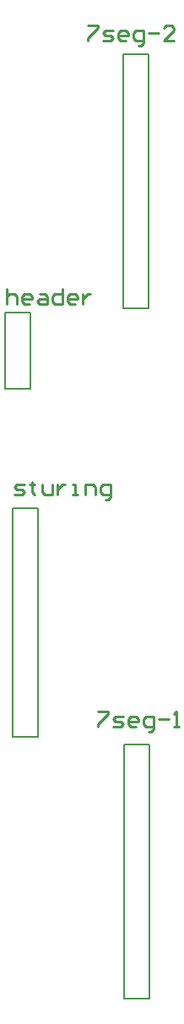
<source format=gto>
G04*
G04 #@! TF.GenerationSoftware,Altium Limited,Altium Designer,21.1.1 (26)*
G04*
G04 Layer_Color=65535*
%FSLAX25Y25*%
%MOIN*%
G70*
G04*
G04 #@! TF.SameCoordinates,1B7210B6-2D31-40D9-95A8-5B08F62603AF*
G04*
G04*
G04 #@! TF.FilePolarity,Positive*
G04*
G01*
G75*
%ADD10C,0.00787*%
%ADD11C,0.01000*%
D10*
X158500Y388100D02*
Y480600D01*
Y380600D02*
Y388100D01*
Y380600D02*
X168500D01*
Y480600D01*
X158500D02*
X168500D01*
X159000Y116500D02*
Y209000D01*
Y109000D02*
Y116500D01*
Y109000D02*
X169000D01*
Y209000D01*
X159000D02*
X169000D01*
X115000Y302000D02*
X125000D01*
Y212000D02*
Y302000D01*
X115000Y212000D02*
X125000D01*
X115000D02*
Y302000D01*
X122000Y349000D02*
Y379000D01*
X112000D02*
X122000D01*
X112000Y349000D02*
Y379000D01*
Y349000D02*
X122000D01*
D11*
X144506Y491999D02*
X148504D01*
Y490999D01*
X144506Y487000D01*
Y486001D01*
X150504D02*
X153503D01*
X154502Y487000D01*
X153503Y488000D01*
X151503D01*
X150504Y489000D01*
X151503Y489999D01*
X154502D01*
X159501Y486001D02*
X157501D01*
X156502Y487000D01*
Y489000D01*
X157501Y489999D01*
X159501D01*
X160500Y489000D01*
Y488000D01*
X156502D01*
X164499Y484001D02*
X165499D01*
X166498Y485001D01*
Y489999D01*
X163499D01*
X162500Y489000D01*
Y487000D01*
X163499Y486001D01*
X166498D01*
X168498Y489000D02*
X172496D01*
X178495Y486001D02*
X174496D01*
X178495Y489999D01*
Y490999D01*
X177495Y491999D01*
X175496D01*
X174496Y490999D01*
X148505Y221999D02*
X152504D01*
Y220999D01*
X148505Y217000D01*
Y216001D01*
X154503D02*
X157502D01*
X158502Y217000D01*
X157502Y218000D01*
X155503D01*
X154503Y219000D01*
X155503Y219999D01*
X158502D01*
X163500Y216001D02*
X161501D01*
X160501Y217000D01*
Y219000D01*
X161501Y219999D01*
X163500D01*
X164500Y219000D01*
Y218000D01*
X160501D01*
X168499Y214001D02*
X169498D01*
X170498Y215001D01*
Y219999D01*
X167499D01*
X166499Y219000D01*
Y217000D01*
X167499Y216001D01*
X170498D01*
X172497Y219000D02*
X176496D01*
X178496Y216001D02*
X180495D01*
X179495D01*
Y221999D01*
X178496Y220999D01*
X115600Y307400D02*
X118599D01*
X119599Y308400D01*
X118599Y309399D01*
X116600D01*
X115600Y310399D01*
X116600Y311399D01*
X119599D01*
X122598Y312398D02*
Y311399D01*
X121598D01*
X123597D01*
X122598D01*
Y308400D01*
X123597Y307400D01*
X126596Y311399D02*
Y308400D01*
X127596Y307400D01*
X130595D01*
Y311399D01*
X132595D02*
Y307400D01*
Y309399D01*
X133594Y310399D01*
X134594Y311399D01*
X135593D01*
X138593Y307400D02*
X140592D01*
X139592D01*
Y311399D01*
X138593D01*
X143591Y307400D02*
Y311399D01*
X146590D01*
X147590Y310399D01*
Y307400D01*
X151588Y305401D02*
X152588D01*
X153588Y306400D01*
Y311399D01*
X150589D01*
X149589Y310399D01*
Y308400D01*
X150589Y307400D01*
X153588D01*
X112600Y388398D02*
Y382400D01*
Y385399D01*
X113600Y386399D01*
X115599D01*
X116599Y385399D01*
Y382400D01*
X121597D02*
X119598D01*
X118598Y383400D01*
Y385399D01*
X119598Y386399D01*
X121597D01*
X122597Y385399D01*
Y384399D01*
X118598D01*
X125596Y386399D02*
X127595D01*
X128595Y385399D01*
Y382400D01*
X125596D01*
X124596Y383400D01*
X125596Y384399D01*
X128595D01*
X134593Y388398D02*
Y382400D01*
X131594D01*
X130594Y383400D01*
Y385399D01*
X131594Y386399D01*
X134593D01*
X139591Y382400D02*
X137592D01*
X136592Y383400D01*
Y385399D01*
X137592Y386399D01*
X139591D01*
X140591Y385399D01*
Y384399D01*
X136592D01*
X142590Y386399D02*
Y382400D01*
Y384399D01*
X143590Y385399D01*
X144590Y386399D01*
X145589D01*
M02*

</source>
